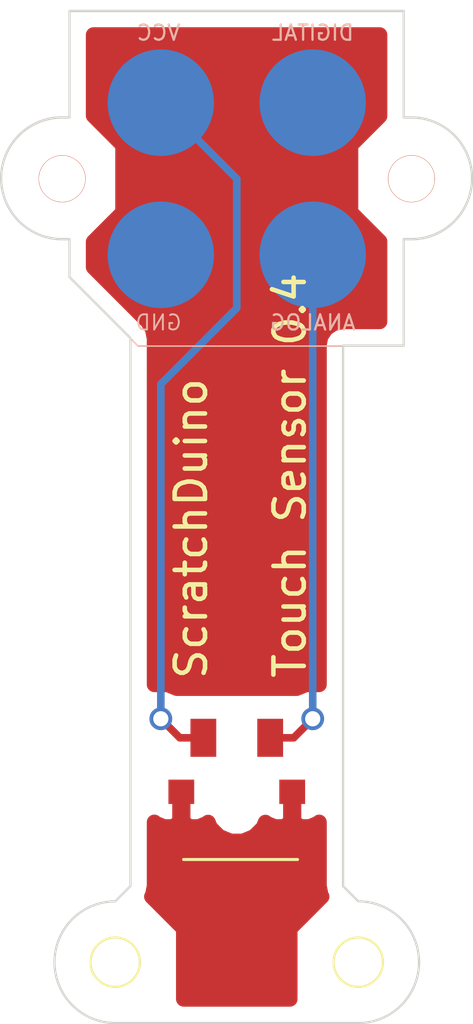
<source format=kicad_pcb>
(kicad_pcb (version 3) (host pcbnew "(2013-may-18)-stable")

  (general
    (links 3)
    (no_connects 0)
    (area 13.695999 13.996 46.435716 81.575001)
    (thickness 1.6)
    (drawings 29)
    (tracks 16)
    (zones 0)
    (modules 6)
    (nets 4)
  )

  (page A3)
  (layers
    (15 F.Cu signal)
    (0 B.Cu signal)
    (16 B.Adhes user hide)
    (17 F.Adhes user hide)
    (18 B.Paste user)
    (19 F.Paste user)
    (20 B.SilkS user)
    (21 F.SilkS user)
    (22 B.Mask user hide)
    (23 F.Mask user hide)
    (24 Dwgs.User user hide)
    (25 Cmts.User user hide)
    (26 Eco1.User user hide)
    (27 Eco2.User user hide)
    (28 Edge.Cuts user)
  )

  (setup
    (last_trace_width 0.5)
    (trace_clearance 0.254)
    (zone_clearance 1)
    (zone_45_only no)
    (trace_min 0.254)
    (segment_width 0.2)
    (edge_width 0.15)
    (via_size 1.5)
    (via_drill 1)
    (via_min_size 0.889)
    (via_min_drill 0.508)
    (uvia_size 0.508)
    (uvia_drill 0.127)
    (uvias_allowed no)
    (uvia_min_size 0.508)
    (uvia_min_drill 0.127)
    (pcb_text_width 0.3)
    (pcb_text_size 1.5 1.5)
    (mod_edge_width 0.15)
    (mod_text_size 1.5 1.5)
    (mod_text_width 0.15)
    (pad_size 1.3 1)
    (pad_drill 0)
    (pad_to_mask_clearance 0.2)
    (aux_axis_origin 0 0)
    (visible_elements FFFFFFBF)
    (pcbplotparams
      (layerselection 284983297)
      (usegerberextensions false)
      (excludeedgelayer true)
      (linewidth 0.100000)
      (plotframeref false)
      (viasonmask false)
      (mode 1)
      (useauxorigin false)
      (hpglpennumber 1)
      (hpglpenspeed 20)
      (hpglpendiameter 15)
      (hpglpenoverlay 2)
      (psnegative false)
      (psa4output false)
      (plotreference true)
      (plotvalue true)
      (plotothertext true)
      (plotinvisibletext false)
      (padsonsilk false)
      (subtractmaskfromsilk false)
      (outputformat 1)
      (mirror false)
      (drillshape 0)
      (scaleselection 1)
      (outputdirectory PCB/))
  )

  (net 0 "")
  (net 1 N-000002)
  (net 2 N-000004)
  (net 3 N-000005)

  (net_class Default "Это класс цепей по умолчанию."
    (clearance 0.254)
    (trace_width 0.5)
    (via_dia 1.5)
    (via_drill 1)
    (uvia_dia 0.508)
    (uvia_drill 0.127)
    (add_net "")
    (add_net N-000002)
    (add_net N-000004)
    (add_net N-000005)
  )

  (module NPHd3,1 (layer F.Cu) (tedit 562CFD24) (tstamp 562CFC5E)
    (at 21.5 76.5)
    (fp_text reference "" (at 0 -2.794) (layer F.SilkS)
      (effects (font (size 1 1) (thickness 0.15)))
    )
    (fp_text value "" (at 0.254 2.794) (layer F.SilkS)
      (effects (font (size 1 1) (thickness 0.15)))
    )
  )

  (module NPHd3,1 (layer F.Cu) (tedit 562CFD2A) (tstamp 562CFC64)
    (at 37.5 76.5)
    (fp_text reference "" (at 0 -2.794) (layer F.SilkS)
      (effects (font (size 1 1) (thickness 0.15)))
    )
    (fp_text value "" (at 0.254 2.794) (layer F.SilkS)
      (effects (font (size 1 1) (thickness 0.15)))
    )
  )

  (module SENSOR (layer B.Cu) (tedit 562EBEE8) (tstamp 562EBE2A)
    (at 18 14.5)
    (path /55D7B367)
    (fp_text reference P3 (at 11.43 2.54) (layer B.SilkS) hide
      (effects (font (size 1 1) (thickness 0.15)) (justify mirror))
    )
    (fp_text value "" (at 11 21) (layer B.SilkS)
      (effects (font (size 1 1) (thickness 0.15)) (justify mirror))
    )
    (fp_text user DIGITAL (at 16.51 1.905) (layer B.SilkS)
      (effects (font (size 1 1) (thickness 0.15)) (justify mirror))
    )
    (fp_text user VCC (at 6.35 1.905) (layer B.SilkS)
      (effects (font (size 1 1) (thickness 0.15)) (justify mirror))
    )
    (fp_text user ANALOG (at 16.51 20.955) (layer B.SilkS)
      (effects (font (size 1 1) (thickness 0.15)) (justify mirror))
    )
    (fp_text user GND (at 6.35 20.955) (layer B.SilkS)
      (effects (font (size 1 1) (thickness 0.125)) (justify mirror))
    )
    (fp_line (start 23 15.5) (end 22.5 15.5) (layer B.SilkS) (width 0.1))
    (fp_line (start 22.5 15.5) (end 22.5 22.5) (layer B.SilkS) (width 0.1))
    (fp_line (start 22.5 0.5) (end 22.5 7.5) (layer B.SilkS) (width 0.1))
    (fp_line (start 22.5 7.5) (end 23 7.5) (layer B.SilkS) (width 0.1))
    (fp_line (start 0 7.5) (end 0.5 7.5) (layer B.SilkS) (width 0.1))
    (fp_line (start 0.5 7.5) (end 0.5 0.5) (layer B.SilkS) (width 0.1))
    (fp_line (start 0 15.5) (end 0.5 15.5) (layer B.SilkS) (width 0.1))
    (fp_line (start 0.5 15.5) (end 0.5 17.5) (layer B.SilkS) (width 0.1))
    (fp_arc (start 23 11.5) (end 27 11.5) (angle -90) (layer B.SilkS) (width 0.1))
    (fp_arc (start 23 11.5) (end 23 15.5) (angle -90) (layer B.SilkS) (width 0.1))
    (fp_arc (start 0 11.5) (end 0 7.5) (angle -90) (layer B.SilkS) (width 0.1))
    (fp_arc (start 0 11.5) (end -4 11.5) (angle -90) (layer B.SilkS) (width 0.1))
    (fp_circle (center 0 11.5) (end 1.5 11.5) (layer B.SilkS) (width 0.1))
    (fp_circle (center 23 11.5) (end 24.5 11.5) (layer B.SilkS) (width 0.1))
    (fp_line (start 0.5 17.5) (end 0.5 18) (layer B.SilkS) (width 0.1))
    (fp_line (start 0.5 18) (end 5 22.5) (layer B.SilkS) (width 0.1))
    (fp_line (start 5 22.5) (end 22.5 22.5) (layer B.SilkS) (width 0.1))
    (fp_line (start 22.5 0.5) (end 0.5 0.5) (layer B.SilkS) (width 0.1))
    (pad 2 smd circle (at 6.5 6.5) (size 7 7)
      (layers B.Cu B.Mask)
      (net 1 N-000002)
      (solder_mask_margin 0.1)
    )
    (pad 3 smd circle (at 16.5 6.5) (size 7 7)
      (layers B.Cu B.Mask)
    )
    (pad 1 smd circle (at 6.5 16.5) (size 7 7)
      (layers B.Cu B.Mask)
    )
    (pad 4 smd circle (at 16.5 16.5) (size 7 7)
      (layers B.Cu B.Mask)
      (net 2 N-000004)
    )
    (pad "" np_thru_hole circle (at 0 11.5) (size 3.1 3.1) (drill 3)
      (layers *.Cu *.Mask B.SilkS)
    )
    (pad "" np_thru_hole circle (at 23 11.5) (size 3.1 3.1) (drill 3)
      (layers *.Cu *.Mask B.SilkS)
    )
  )

  (module ESE-31 (layer F.Cu) (tedit 562EBFED) (tstamp 562EBDA8)
    (at 29.5 62.75 180)
    (path /562EBB72)
    (fp_text reference "" (at -3 -5.75 180) (layer F.SilkS)
      (effects (font (size 1.5 1.5) (thickness 0.15)))
    )
    (fp_text value "" (at 0.5 1.75 180) (layer F.SilkS)
      (effects (font (size 1.5 1.5) (thickness 0.15)))
    )
    (pad "" np_thru_hole circle (at 0 -4.75 180) (size 1.1 1.1) (drill 1.1)
      (layers *.Cu *.Mask F.SilkS)
    )
    (pad 4 smd rect (at 3.65 -3.55 180) (size 1.7 1.6)
      (layers F.Cu F.Paste F.Mask)
      (net 3 N-000005)
    )
    (pad 2 smd rect (at 2.2 0 180) (size 1.7 2.5)
      (layers F.Cu F.Paste F.Mask)
      (net 1 N-000002)
    )
    (pad 1 smd rect (at -2.2 0 180) (size 1.7 2.5)
      (layers F.Cu F.Paste F.Mask)
      (net 2 N-000004)
    )
    (pad 3 smd rect (at -3.65 -3.55 180) (size 1.7 1.6)
      (layers F.Cu F.Paste F.Mask)
      (net 3 N-000005)
    )
    (pad "" np_thru_hole circle (at 0 -2.25 180) (size 1.1 1.1) (drill 1.1)
      (layers *.Cu *.Mask F.SilkS)
    )
  )

  (module NPHd3,1 (layer F.Cu) (tedit 562EBF31) (tstamp 562EC5F3)
    (at 21.5 77.5)
    (fp_text reference "" (at 0 -2.794) (layer F.SilkS)
      (effects (font (size 1 1) (thickness 0.15)))
    )
    (fp_text value "" (at 0.254 2.794) (layer F.SilkS)
      (effects (font (size 1 1) (thickness 0.15)))
    )
    (pad "" np_thru_hole circle (at 0 0) (size 3.1 3.1) (drill 3.1)
      (layers *.Cu *.Mask F.SilkS)
    )
  )

  (module NPHd3,1 (layer F.Cu) (tedit 562EBF35) (tstamp 562EC5FC)
    (at 37.5 77.5)
    (fp_text reference "" (at 0 -2.794) (layer F.SilkS)
      (effects (font (size 1 1) (thickness 0.15)))
    )
    (fp_text value "" (at 0.254 2.794) (layer F.SilkS)
      (effects (font (size 1 1) (thickness 0.15)))
    )
    (pad "" np_thru_hole circle (at 0 0) (size 3.1 3.1) (drill 3.1)
      (layers *.Cu *.Mask F.SilkS)
    )
  )

  (gr_line (start 26 70.75) (end 33.5 70.75) (angle 90) (layer F.SilkS) (width 0.2))
  (gr_line (start 36.5 72.5) (end 36.5 37) (angle 90) (layer Edge.Cuts) (width 0.15))
  (gr_line (start 22.5 72.5) (end 22.5 36.5) (angle 90) (layer Edge.Cuts) (width 0.15))
  (gr_line (start 21.5 81.5) (end 37.5 81.5) (angle 90) (layer Edge.Cuts) (width 0.15))
  (gr_circle (center 21.5 77.5) (end 22.5 76.25) (layer F.SilkS) (width 0.2))
  (gr_circle (center 37.5 77.5) (end 38.5 76.25) (layer F.SilkS) (width 0.2))
  (gr_line (start 22.5 72.5) (end 21.5 73.5) (angle 90) (layer Edge.Cuts) (width 0.15))
  (gr_line (start 36.5 72.5) (end 37.5 73.5) (angle 90) (layer Edge.Cuts) (width 0.15))
  (gr_arc (start 37.5 77.5) (end 41.5 77.5) (angle 90) (layer Edge.Cuts) (width 0.15))
  (gr_arc (start 37.5 77.5) (end 37.5 73.5) (angle 90) (layer Edge.Cuts) (width 0.15))
  (gr_arc (start 21.5 77.5) (end 21.5 81.5) (angle 90) (layer Edge.Cuts) (width 0.15))
  (gr_arc (start 21.5 77.5) (end 17.5 77.5) (angle 90) (layer Edge.Cuts) (width 0.15))
  (gr_text "Touch Sensor 0.4" (at 33 45.5 90) (layer F.SilkS)
    (effects (font (size 2 2) (thickness 0.3)))
  )
  (gr_text ScratchDuino (at 26.5 49 90) (layer F.SilkS)
    (effects (font (size 2 2) (thickness 0.3)))
  )
  (gr_line (start 22.488 36.4652) (end 18.488 32.4652) (angle 90) (layer Edge.Cuts) (width 0.15))
  (gr_line (start 18.488 29.9652) (end 18.488 32.4652) (angle 90) (layer Edge.Cuts) (width 0.15))
  (gr_line (start 17.988 29.9652) (end 18.488 29.9652) (angle 90) (layer Edge.Cuts) (width 0.15))
  (gr_line (start 40.488 36.9652) (end 36.488 36.9652) (angle 90) (layer Edge.Cuts) (width 0.15))
  (gr_line (start 40.488 29.9652) (end 40.488 36.9652) (angle 90) (layer Edge.Cuts) (width 0.15))
  (gr_line (start 41.088 29.9652) (end 40.488 29.9652) (angle 90) (layer Edge.Cuts) (width 0.15))
  (gr_line (start 40.488 21.9652) (end 40.988 21.9652) (angle 90) (layer Edge.Cuts) (width 0.15))
  (gr_line (start 40.488 14.9652) (end 40.488 21.9652) (angle 90) (layer Edge.Cuts) (width 0.15))
  (gr_line (start 18.488 14.9652) (end 40.488 14.9652) (angle 90) (layer Edge.Cuts) (width 0.15))
  (gr_line (start 18.488 21.9652) (end 18.488 14.9652) (angle 90) (layer Edge.Cuts) (width 0.15))
  (gr_line (start 17.888 21.9652) (end 18.488 21.9652) (angle 90) (layer Edge.Cuts) (width 0.15))
  (gr_arc (start 40.988 25.9652) (end 44.988 25.9652) (angle -90) (layer Edge.Cuts) (width 0.15))
  (gr_arc (start 40.988 25.9652) (end 41.088 29.9652) (angle -90) (layer Edge.Cuts) (width 0.15))
  (gr_arc (start 17.988 25.9652) (end 17.888 21.9652) (angle -90) (layer Edge.Cuts) (width 0.15))
  (gr_arc (start 17.988 25.9652) (end 13.988 25.9652) (angle -90) (layer Edge.Cuts) (width 0.15))

  (segment (start 27.3 62.75) (end 25.75 62.75) (width 0.5) (layer F.Cu) (net 1))
  (segment (start 29.5 26) (end 24.5 21) (width 0.5) (layer B.Cu) (net 1) (tstamp 562EC620))
  (segment (start 29.5 34.5) (end 29.5 26) (width 0.5) (layer B.Cu) (net 1) (tstamp 562EC61E))
  (segment (start 24.5 39.5) (end 29.5 34.5) (width 0.5) (layer B.Cu) (net 1) (tstamp 562EC61D))
  (segment (start 24.5 61.5) (end 24.5 39.5) (width 0.5) (layer B.Cu) (net 1) (tstamp 562EC61C))
  (via (at 24.5 61.5) (size 1.5) (layers F.Cu B.Cu) (net 1))
  (segment (start 25.75 62.75) (end 24.5 61.5) (width 0.5) (layer F.Cu) (net 1) (tstamp 562EC61A))
  (segment (start 31.7 62.75) (end 33.25 62.75) (width 0.5) (layer F.Cu) (net 2))
  (segment (start 34.5 61.5) (end 34.5 31) (width 0.5) (layer B.Cu) (net 2) (tstamp 562EC617))
  (via (at 34.5 61.5) (size 1.5) (layers F.Cu B.Cu) (net 2))
  (segment (start 33.25 62.75) (end 34.5 61.5) (width 0.5) (layer F.Cu) (net 2) (tstamp 562EC615))
  (segment (start 25.85 66.3) (end 25.85 70.85) (width 0.5) (layer F.Cu) (net 3) (status 400000))
  (segment (start 33.15 70.85) (end 33.15 66.3) (width 0.5) (layer F.Cu) (net 3) (tstamp 562EC677) (status 800000))
  (segment (start 33 71) (end 33.15 70.85) (width 0.5) (layer F.Cu) (net 3) (tstamp 562EC676))
  (segment (start 26 71) (end 33 71) (width 0.5) (layer F.Cu) (net 3) (tstamp 562EC675))
  (segment (start 25.85 70.85) (end 26 71) (width 0.5) (layer F.Cu) (net 3) (tstamp 562EC674))

  (zone (net 0) (net_name "") (layer F.Cu) (tstamp 562EC628) (hatch edge 0.508)
    (connect_pads (clearance 1))
    (min_thickness 1)
    (fill (arc_segments 16) (thermal_gap 1) (thermal_bridge_width 1.2))
    (polygon
      (pts
        (xy 40.5 37) (xy 36.5 37) (xy 36.5 59) (xy 35.5 60) (xy 23.5 60)
        (xy 22.5 59) (xy 22.5 36.5) (xy 18.5 32.5) (xy 18.5 30) (xy 19.5 30)
        (xy 21.5 28) (xy 21.5 24) (xy 19.5 22) (xy 18.5 22) (xy 18.5 15)
        (xy 40.5 15) (xy 40.5 22) (xy 39.5 22) (xy 37.5 24) (xy 37.5 28)
        (xy 39.5 30) (xy 40.5 30)
      )
    )
    (filled_polygon
      (pts
        (xy 38.913 35.3902) (xy 36.488 35.3902) (xy 35.885274 35.51009) (xy 35.374307 35.851507) (xy 35.03289 36.362474)
        (xy 34.913 36.9652) (xy 34.925 37.025527) (xy 34.925 59.25037) (xy 34.054411 59.24961) (xy 33.448421 59.5)
        (xy 25.55064 59.5) (xy 24.949516 59.250392) (xy 24.075 59.249627) (xy 24.075 36.5) (xy 23.95511 35.897274)
        (xy 23.94788 35.886453) (xy 23.94311 35.862473) (xy 23.601693 35.351507) (xy 20.063 31.812814) (xy 20.063 30.144107)
        (xy 22 28.207107) (xy 22 23.792893) (xy 20.063 21.855893) (xy 20.063 16.5402) (xy 38.913 16.5402)
        (xy 38.913 21.879893) (xy 37 23.792893) (xy 37 28.207107) (xy 38.913 30.120107) (xy 38.913 35.3902)
      )
    )
  )
  (zone (net 3) (net_name N-000005) (layer F.Cu) (tstamp 562EC67A) (hatch edge 0.508)
    (connect_pads (clearance 1))
    (min_thickness 1)
    (fill (arc_segments 16) (thermal_gap 1) (thermal_bridge_width 1.2))
    (polygon
      (pts
        (xy 23.5 65.5) (xy 22.5 66.5) (xy 22.5 73.5) (xy 23.5 73.5) (xy 25.5 75.5)
        (xy 25.5 80.5) (xy 26.5 81.5) (xy 32.5 81.5) (xy 33.5 80.5) (xy 33.5 75.5)
        (xy 35.5 73.5) (xy 36.5 73.5) (xy 36.5 66.5) (xy 35.5 65.5)
      )
    )
    (filled_polygon
      (pts
        (xy 35.103079 73.189813) (xy 33 75.292893) (xy 33 79.925) (xy 26 79.925) (xy 26 75.292893)
        (xy 23.89692 73.189813) (xy 23.955109 73.102727) (xy 23.95511 73.102726) (xy 24.074999 72.5) (xy 24.075 72.5)
        (xy 24.075 68.296083) (xy 24.151429 68.372379) (xy 24.702941 68.600259) (xy 25.375 68.6) (xy 25.75 68.225)
        (xy 25.75 66.4) (xy 25.73 66.4) (xy 25.73 66.2) (xy 25.75 66.2) (xy 25.75 66.18)
        (xy 25.95 66.18) (xy 25.95 66.2) (xy 25.97 66.2) (xy 25.97 66.4) (xy 25.95 66.4)
        (xy 25.95 68.225) (xy 26.325 68.6) (xy 26.997059 68.600259) (xy 27.548571 68.372379) (xy 27.61497 68.306095)
        (xy 27.761082 68.659714) (xy 28.337253 69.236891) (xy 29.090441 69.549643) (xy 29.905981 69.550354) (xy 30.659714 69.238918)
        (xy 31.236891 68.662747) (xy 31.384998 68.306064) (xy 31.451429 68.372379) (xy 32.002941 68.600259) (xy 32.675 68.6)
        (xy 33.05 68.225) (xy 33.05 66.4) (xy 33.03 66.4) (xy 33.03 66.2) (xy 33.05 66.2)
        (xy 33.05 66.18) (xy 33.25 66.18) (xy 33.25 66.2) (xy 33.27 66.2) (xy 33.27 66.4)
        (xy 33.25 66.4) (xy 33.25 68.225) (xy 33.625 68.6) (xy 34.297059 68.600259) (xy 34.848571 68.372379)
        (xy 34.925 68.296083) (xy 34.925 72.5) (xy 35.04489 73.102727) (xy 35.103079 73.189813)
      )
    )
  )
)

</source>
